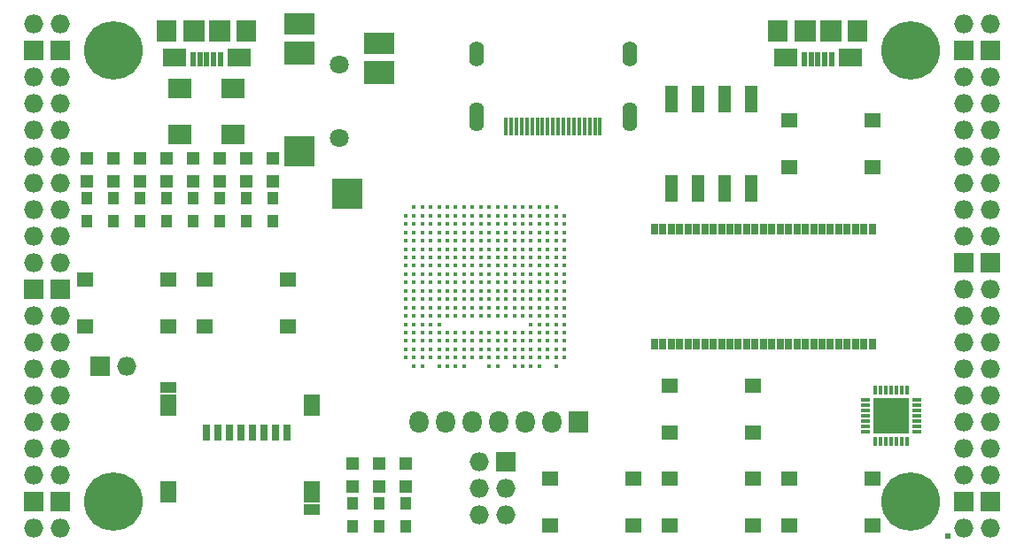
<source format=gts>
G04 #@! TF.FileFunction,Soldermask,Top*
%FSLAX46Y46*%
G04 Gerber Fmt 4.6, Leading zero omitted, Abs format (unit mm)*
G04 Created by KiCad (PCBNEW 4.0.7+dfsg1-1) date Mon Jan  8 20:14:45 2018*
%MOMM*%
%LPD*%
G01*
G04 APERTURE LIST*
%ADD10C,0.100000*%
%ADD11O,1.827200X1.827200*%
%ADD12R,1.827200X1.827200*%
%ADD13R,0.600000X0.600000*%
%ADD14C,5.600000*%
%ADD15R,1.000000X1.300000*%
%ADD16R,2.200000X1.700000*%
%ADD17R,2.000000X2.000000*%
%ADD18R,0.500000X1.450000*%
%ADD19R,1.900000X2.000000*%
%ADD20O,0.950000X0.400000*%
%ADD21O,0.400000X0.950000*%
%ADD22R,1.775000X1.775000*%
%ADD23R,1.827200X2.132000*%
%ADD24O,1.827200X2.132000*%
%ADD25R,1.650000X1.400000*%
%ADD26R,1.220000X2.540000*%
%ADD27C,0.430000*%
%ADD28R,1.300000X1.300000*%
%ADD29R,2.900000X2.100000*%
%ADD30R,2.900000X2.300000*%
%ADD31R,2.900000X2.900000*%
%ADD32C,1.800000*%
%ADD33O,1.400000X2.800000*%
%ADD34O,1.400000X2.400000*%
%ADD35R,0.350000X1.700000*%
%ADD36R,0.800000X1.600000*%
%ADD37R,1.550000X1.000000*%
%ADD38R,1.550000X2.100000*%
%ADD39R,2.300000X1.900000*%
%ADD40R,0.660000X1.000000*%
G04 APERTURE END LIST*
D10*
D11*
X97910000Y-62690000D03*
X95370000Y-62690000D03*
D12*
X97910000Y-65230000D03*
X95370000Y-65230000D03*
D11*
X97910000Y-67770000D03*
X95370000Y-67770000D03*
X97910000Y-70310000D03*
X95370000Y-70310000D03*
X97910000Y-72850000D03*
X95370000Y-72850000D03*
X97910000Y-75390000D03*
X95370000Y-75390000D03*
X97910000Y-77930000D03*
X95370000Y-77930000D03*
X97910000Y-80470000D03*
X95370000Y-80470000D03*
X97910000Y-83010000D03*
X95370000Y-83010000D03*
X97910000Y-85550000D03*
X95370000Y-85550000D03*
D12*
X97910000Y-88090000D03*
X95370000Y-88090000D03*
D11*
X97910000Y-90630000D03*
X95370000Y-90630000D03*
X97910000Y-93170000D03*
X95370000Y-93170000D03*
X97910000Y-95710000D03*
X95370000Y-95710000D03*
X97910000Y-98250000D03*
X95370000Y-98250000D03*
X97910000Y-100790000D03*
X95370000Y-100790000D03*
X97910000Y-103330000D03*
X95370000Y-103330000D03*
X97910000Y-105870000D03*
X95370000Y-105870000D03*
D12*
X97910000Y-108410000D03*
X95370000Y-108410000D03*
D11*
X97910000Y-110950000D03*
X95370000Y-110950000D03*
D13*
X182675150Y-111637626D03*
D11*
X184270000Y-110950000D03*
X186810000Y-110950000D03*
D12*
X184270000Y-108410000D03*
X186810000Y-108410000D03*
D11*
X184270000Y-105870000D03*
X186810000Y-105870000D03*
X184270000Y-103330000D03*
X186810000Y-103330000D03*
X184270000Y-100790000D03*
X186810000Y-100790000D03*
X184270000Y-98250000D03*
X186810000Y-98250000D03*
X184270000Y-95710000D03*
X186810000Y-95710000D03*
X184270000Y-93170000D03*
X186810000Y-93170000D03*
X184270000Y-90630000D03*
X186810000Y-90630000D03*
X184270000Y-88090000D03*
X186810000Y-88090000D03*
D12*
X184270000Y-85550000D03*
X186810000Y-85550000D03*
D11*
X184270000Y-83010000D03*
X186810000Y-83010000D03*
X184270000Y-80470000D03*
X186810000Y-80470000D03*
X184270000Y-77930000D03*
X186810000Y-77930000D03*
X184270000Y-75390000D03*
X186810000Y-75390000D03*
X184270000Y-72850000D03*
X186810000Y-72850000D03*
X184270000Y-70310000D03*
X186810000Y-70310000D03*
X184270000Y-67770000D03*
X186810000Y-67770000D03*
D12*
X184270000Y-65230000D03*
X186810000Y-65230000D03*
D11*
X184270000Y-62690000D03*
X186810000Y-62690000D03*
D14*
X102990000Y-108410000D03*
X179190000Y-108410000D03*
X179190000Y-65230000D03*
X102990000Y-65230000D03*
D12*
X101720000Y-95456000D03*
D11*
X104260000Y-95456000D03*
D15*
X128390000Y-108580000D03*
X128390000Y-110780000D03*
X130930000Y-110780000D03*
X130930000Y-108580000D03*
D16*
X114980000Y-65875000D03*
X108780000Y-65875000D03*
D17*
X113080000Y-63325000D03*
X110680000Y-63325000D03*
D18*
X113180000Y-66000000D03*
X112530000Y-66000000D03*
X111880000Y-66000000D03*
X111230000Y-66000000D03*
X110580000Y-66000000D03*
D19*
X115680000Y-63325000D03*
X108080000Y-63325000D03*
D16*
X173400000Y-65875000D03*
X167200000Y-65875000D03*
D17*
X171500000Y-63325000D03*
X169100000Y-63325000D03*
D18*
X171600000Y-66000000D03*
X170950000Y-66000000D03*
X170300000Y-66000000D03*
X169650000Y-66000000D03*
X169000000Y-66000000D03*
D19*
X174100000Y-63325000D03*
X166500000Y-63325000D03*
D12*
X140455000Y-104600000D03*
D11*
X137915000Y-104600000D03*
X140455000Y-107140000D03*
X137915000Y-107140000D03*
X140455000Y-109680000D03*
X137915000Y-109680000D03*
D15*
X118230000Y-81570000D03*
X118230000Y-79370000D03*
X115690000Y-81570000D03*
X115690000Y-79370000D03*
X113150000Y-81570000D03*
X113150000Y-79370000D03*
X110610000Y-81570000D03*
X110610000Y-79370000D03*
X108070000Y-81570000D03*
X108070000Y-79370000D03*
X105530000Y-81570000D03*
X105530000Y-79370000D03*
X102990000Y-81570000D03*
X102990000Y-79370000D03*
X100450000Y-81570000D03*
X100450000Y-79370000D03*
D20*
X179735000Y-101655000D03*
X179735000Y-101155000D03*
X179735000Y-100655000D03*
X179735000Y-100155000D03*
X179735000Y-99655000D03*
X179735000Y-99155000D03*
X179735000Y-98655000D03*
D21*
X178785000Y-97705000D03*
X178285000Y-97705000D03*
X177785000Y-97705000D03*
X177285000Y-97705000D03*
X176785000Y-97705000D03*
X176285000Y-97705000D03*
X175785000Y-97705000D03*
D20*
X174835000Y-98655000D03*
X174835000Y-99155000D03*
X174835000Y-99655000D03*
X174835000Y-100155000D03*
X174835000Y-100655000D03*
X174835000Y-101155000D03*
X174835000Y-101655000D03*
D21*
X175785000Y-102605000D03*
X176285000Y-102605000D03*
X176785000Y-102605000D03*
X177285000Y-102605000D03*
X177785000Y-102605000D03*
X178285000Y-102605000D03*
X178785000Y-102605000D03*
D22*
X176447500Y-99317500D03*
X176447500Y-100992500D03*
X178122500Y-99317500D03*
X178122500Y-100992500D03*
D23*
X147440000Y-100790000D03*
D24*
X144900000Y-100790000D03*
X142360000Y-100790000D03*
X139820000Y-100790000D03*
X137280000Y-100790000D03*
X134740000Y-100790000D03*
X132200000Y-100790000D03*
D25*
X175550000Y-71870000D03*
X175550000Y-76370000D03*
X167590000Y-76370000D03*
X167590000Y-71870000D03*
X100280000Y-91610000D03*
X100280000Y-87110000D03*
X108240000Y-87110000D03*
X108240000Y-91610000D03*
X111710000Y-91610000D03*
X111710000Y-87110000D03*
X119670000Y-87110000D03*
X119670000Y-91610000D03*
X156160000Y-101770000D03*
X156160000Y-97270000D03*
X164120000Y-97270000D03*
X164120000Y-101770000D03*
X164120000Y-106160000D03*
X164120000Y-110660000D03*
X156160000Y-110660000D03*
X156160000Y-106160000D03*
X152690000Y-106160000D03*
X152690000Y-110660000D03*
X144730000Y-110660000D03*
X144730000Y-106160000D03*
X175550000Y-106160000D03*
X175550000Y-110660000D03*
X167590000Y-110660000D03*
X167590000Y-106160000D03*
D26*
X156330000Y-78425000D03*
X163950000Y-69815000D03*
X158870000Y-78425000D03*
X161410000Y-69815000D03*
X161410000Y-78425000D03*
X158870000Y-69815000D03*
X163950000Y-78425000D03*
X156330000Y-69815000D03*
D27*
X131680000Y-80200000D03*
X132480000Y-80200000D03*
X133280000Y-80200000D03*
X134080000Y-80200000D03*
X134880000Y-80200000D03*
X135680000Y-80200000D03*
X136480000Y-80200000D03*
X137280000Y-80200000D03*
X138080000Y-80200000D03*
X138880000Y-80200000D03*
X139680000Y-80200000D03*
X140480000Y-80200000D03*
X141280000Y-80200000D03*
X142080000Y-80200000D03*
X142880000Y-80200000D03*
X143680000Y-80200000D03*
X144480000Y-80200000D03*
X145280000Y-80200000D03*
X130880000Y-81000000D03*
X131680000Y-81000000D03*
X132480000Y-81000000D03*
X133280000Y-81000000D03*
X134080000Y-81000000D03*
X134880000Y-81000000D03*
X135680000Y-81000000D03*
X136480000Y-81000000D03*
X137280000Y-81000000D03*
X138080000Y-81000000D03*
X138880000Y-81000000D03*
X139680000Y-81000000D03*
X140480000Y-81000000D03*
X141280000Y-81000000D03*
X142080000Y-81000000D03*
X142880000Y-81000000D03*
X143680000Y-81000000D03*
X144480000Y-81000000D03*
X145280000Y-81000000D03*
X146080000Y-81000000D03*
X130880000Y-81800000D03*
X131680000Y-81800000D03*
X132480000Y-81800000D03*
X133280000Y-81800000D03*
X134080000Y-81800000D03*
X134880000Y-81800000D03*
X135680000Y-81800000D03*
X136480000Y-81800000D03*
X137280000Y-81800000D03*
X138080000Y-81800000D03*
X138880000Y-81800000D03*
X139680000Y-81800000D03*
X140480000Y-81800000D03*
X141280000Y-81800000D03*
X142080000Y-81800000D03*
X142880000Y-81800000D03*
X143680000Y-81800000D03*
X144480000Y-81800000D03*
X145280000Y-81800000D03*
X146080000Y-81800000D03*
X130880000Y-82600000D03*
X131680000Y-82600000D03*
X132480000Y-82600000D03*
X133280000Y-82600000D03*
X134080000Y-82600000D03*
X134880000Y-82600000D03*
X135680000Y-82600000D03*
X136480000Y-82600000D03*
X137280000Y-82600000D03*
X138080000Y-82600000D03*
X138880000Y-82600000D03*
X139680000Y-82600000D03*
X140480000Y-82600000D03*
X141280000Y-82600000D03*
X142080000Y-82600000D03*
X142880000Y-82600000D03*
X143680000Y-82600000D03*
X144480000Y-82600000D03*
X145280000Y-82600000D03*
X146080000Y-82600000D03*
X130880000Y-83400000D03*
X131680000Y-83400000D03*
X132480000Y-83400000D03*
X133280000Y-83400000D03*
X134080000Y-83400000D03*
X134880000Y-83400000D03*
X135680000Y-83400000D03*
X136480000Y-83400000D03*
X137280000Y-83400000D03*
X138080000Y-83400000D03*
X138880000Y-83400000D03*
X139680000Y-83400000D03*
X140480000Y-83400000D03*
X141280000Y-83400000D03*
X142080000Y-83400000D03*
X142880000Y-83400000D03*
X143680000Y-83400000D03*
X144480000Y-83400000D03*
X145280000Y-83400000D03*
X146080000Y-83400000D03*
X130880000Y-84200000D03*
X131680000Y-84200000D03*
X132480000Y-84200000D03*
X133280000Y-84200000D03*
X134080000Y-84200000D03*
X134880000Y-84200000D03*
X135680000Y-84200000D03*
X136480000Y-84200000D03*
X137280000Y-84200000D03*
X138080000Y-84200000D03*
X138880000Y-84200000D03*
X139680000Y-84200000D03*
X140480000Y-84200000D03*
X141280000Y-84200000D03*
X142080000Y-84200000D03*
X142880000Y-84200000D03*
X143680000Y-84200000D03*
X144480000Y-84200000D03*
X145280000Y-84200000D03*
X146080000Y-84200000D03*
X130880000Y-85000000D03*
X131680000Y-85000000D03*
X132480000Y-85000000D03*
X133280000Y-85000000D03*
X134080000Y-85000000D03*
X134880000Y-85000000D03*
X135680000Y-85000000D03*
X136480000Y-85000000D03*
X137280000Y-85000000D03*
X138080000Y-85000000D03*
X138880000Y-85000000D03*
X139680000Y-85000000D03*
X140480000Y-85000000D03*
X141280000Y-85000000D03*
X142080000Y-85000000D03*
X142880000Y-85000000D03*
X143680000Y-85000000D03*
X144480000Y-85000000D03*
X145280000Y-85000000D03*
X146080000Y-85000000D03*
X130880000Y-85800000D03*
X131680000Y-85800000D03*
X132480000Y-85800000D03*
X133280000Y-85800000D03*
X134080000Y-85800000D03*
X134880000Y-85800000D03*
X135680000Y-85800000D03*
X136480000Y-85800000D03*
X137280000Y-85800000D03*
X138080000Y-85800000D03*
X138880000Y-85800000D03*
X139680000Y-85800000D03*
X140480000Y-85800000D03*
X141280000Y-85800000D03*
X142080000Y-85800000D03*
X142880000Y-85800000D03*
X143680000Y-85800000D03*
X144480000Y-85800000D03*
X145280000Y-85800000D03*
X146080000Y-85800000D03*
X130880000Y-86600000D03*
X131680000Y-86600000D03*
X132480000Y-86600000D03*
X133280000Y-86600000D03*
X134080000Y-86600000D03*
X134880000Y-86600000D03*
X135680000Y-86600000D03*
X136480000Y-86600000D03*
X137280000Y-86600000D03*
X138080000Y-86600000D03*
X138880000Y-86600000D03*
X139680000Y-86600000D03*
X140480000Y-86600000D03*
X141280000Y-86600000D03*
X142080000Y-86600000D03*
X142880000Y-86600000D03*
X143680000Y-86600000D03*
X144480000Y-86600000D03*
X145280000Y-86600000D03*
X146080000Y-86600000D03*
X130880000Y-87400000D03*
X131680000Y-87400000D03*
X132480000Y-87400000D03*
X133280000Y-87400000D03*
X134080000Y-87400000D03*
X134880000Y-87400000D03*
X135680000Y-87400000D03*
X136480000Y-87400000D03*
X137280000Y-87400000D03*
X138080000Y-87400000D03*
X138880000Y-87400000D03*
X139680000Y-87400000D03*
X140480000Y-87400000D03*
X141280000Y-87400000D03*
X142080000Y-87400000D03*
X142880000Y-87400000D03*
X143680000Y-87400000D03*
X144480000Y-87400000D03*
X145280000Y-87400000D03*
X146080000Y-87400000D03*
X130880000Y-88200000D03*
X131680000Y-88200000D03*
X132480000Y-88200000D03*
X133280000Y-88200000D03*
X134080000Y-88200000D03*
X134880000Y-88200000D03*
X135680000Y-88200000D03*
X136480000Y-88200000D03*
X137280000Y-88200000D03*
X138080000Y-88200000D03*
X138880000Y-88200000D03*
X139680000Y-88200000D03*
X140480000Y-88200000D03*
X141280000Y-88200000D03*
X142080000Y-88200000D03*
X142880000Y-88200000D03*
X143680000Y-88200000D03*
X144480000Y-88200000D03*
X145280000Y-88200000D03*
X146080000Y-88200000D03*
X130880000Y-89000000D03*
X131680000Y-89000000D03*
X132480000Y-89000000D03*
X133280000Y-89000000D03*
X134080000Y-89000000D03*
X134880000Y-89000000D03*
X135680000Y-89000000D03*
X136480000Y-89000000D03*
X137280000Y-89000000D03*
X138080000Y-89000000D03*
X138880000Y-89000000D03*
X139680000Y-89000000D03*
X140480000Y-89000000D03*
X141280000Y-89000000D03*
X142080000Y-89000000D03*
X142880000Y-89000000D03*
X143680000Y-89000000D03*
X144480000Y-89000000D03*
X145280000Y-89000000D03*
X146080000Y-89000000D03*
X130880000Y-89800000D03*
X131680000Y-89800000D03*
X132480000Y-89800000D03*
X133280000Y-89800000D03*
X134080000Y-89800000D03*
X134880000Y-89800000D03*
X135680000Y-89800000D03*
X136480000Y-89800000D03*
X137280000Y-89800000D03*
X138080000Y-89800000D03*
X138880000Y-89800000D03*
X139680000Y-89800000D03*
X140480000Y-89800000D03*
X141280000Y-89800000D03*
X142080000Y-89800000D03*
X142880000Y-89800000D03*
X143680000Y-89800000D03*
X144480000Y-89800000D03*
X145280000Y-89800000D03*
X146080000Y-89800000D03*
X130880000Y-90600000D03*
X131680000Y-90600000D03*
X132480000Y-90600000D03*
X133280000Y-90600000D03*
X134080000Y-90600000D03*
X134880000Y-90600000D03*
X135680000Y-90600000D03*
X136480000Y-90600000D03*
X137280000Y-90600000D03*
X138080000Y-90600000D03*
X138880000Y-90600000D03*
X139680000Y-90600000D03*
X140480000Y-90600000D03*
X141280000Y-90600000D03*
X142080000Y-90600000D03*
X142880000Y-90600000D03*
X143680000Y-90600000D03*
X144480000Y-90600000D03*
X145280000Y-90600000D03*
X146080000Y-90600000D03*
X130880000Y-91400000D03*
X131680000Y-91400000D03*
X132480000Y-91400000D03*
X133280000Y-91400000D03*
X134080000Y-91400000D03*
X142880000Y-91400000D03*
X143680000Y-91400000D03*
X144480000Y-91400000D03*
X145280000Y-91400000D03*
X146080000Y-91400000D03*
X130880000Y-92200000D03*
X131680000Y-92200000D03*
X132480000Y-92200000D03*
X133280000Y-92200000D03*
X134080000Y-92200000D03*
X134880000Y-92200000D03*
X135680000Y-92200000D03*
X136480000Y-92200000D03*
X137280000Y-92200000D03*
X138080000Y-92200000D03*
X138880000Y-92200000D03*
X139680000Y-92200000D03*
X140480000Y-92200000D03*
X141280000Y-92200000D03*
X142080000Y-92200000D03*
X142880000Y-92200000D03*
X143680000Y-92200000D03*
X144480000Y-92200000D03*
X145280000Y-92200000D03*
X146080000Y-92200000D03*
X130880000Y-93000000D03*
X131680000Y-93000000D03*
X132480000Y-93000000D03*
X133280000Y-93000000D03*
X134080000Y-93000000D03*
X134880000Y-93000000D03*
X135680000Y-93000000D03*
X136480000Y-93000000D03*
X137280000Y-93000000D03*
X138080000Y-93000000D03*
X138880000Y-93000000D03*
X139680000Y-93000000D03*
X140480000Y-93000000D03*
X141280000Y-93000000D03*
X142080000Y-93000000D03*
X142880000Y-93000000D03*
X143680000Y-93000000D03*
X144480000Y-93000000D03*
X145280000Y-93000000D03*
X146080000Y-93000000D03*
X130880000Y-93800000D03*
X131680000Y-93800000D03*
X132480000Y-93800000D03*
X133280000Y-93800000D03*
X134080000Y-93800000D03*
X134880000Y-93800000D03*
X135680000Y-93800000D03*
X136480000Y-93800000D03*
X137280000Y-93800000D03*
X138080000Y-93800000D03*
X138880000Y-93800000D03*
X139680000Y-93800000D03*
X140480000Y-93800000D03*
X141280000Y-93800000D03*
X142080000Y-93800000D03*
X142880000Y-93800000D03*
X143680000Y-93800000D03*
X144480000Y-93800000D03*
X145280000Y-93800000D03*
X146080000Y-93800000D03*
X130880000Y-94600000D03*
X131680000Y-94600000D03*
X132480000Y-94600000D03*
X133280000Y-94600000D03*
X134080000Y-94600000D03*
X134880000Y-94600000D03*
X135680000Y-94600000D03*
X136480000Y-94600000D03*
X137280000Y-94600000D03*
X138080000Y-94600000D03*
X138880000Y-94600000D03*
X139680000Y-94600000D03*
X140480000Y-94600000D03*
X141280000Y-94600000D03*
X142080000Y-94600000D03*
X142880000Y-94600000D03*
X143680000Y-94600000D03*
X144480000Y-94600000D03*
X145280000Y-94600000D03*
X146080000Y-94600000D03*
X131680000Y-95400000D03*
X132480000Y-95400000D03*
X134080000Y-95400000D03*
X134880000Y-95400000D03*
X135680000Y-95400000D03*
X136480000Y-95400000D03*
X138880000Y-95400000D03*
X139680000Y-95400000D03*
X141280000Y-95400000D03*
X142080000Y-95400000D03*
X142880000Y-95400000D03*
X143680000Y-95400000D03*
X145280000Y-95400000D03*
D28*
X125850000Y-104770000D03*
X125850000Y-106970000D03*
D15*
X125850000Y-108580000D03*
X125850000Y-110780000D03*
D28*
X128390000Y-104770000D03*
X128390000Y-106970000D03*
X118230000Y-77760000D03*
X118230000Y-75560000D03*
X115690000Y-77760000D03*
X115690000Y-75560000D03*
X113150000Y-77760000D03*
X113150000Y-75560000D03*
X110610000Y-77760000D03*
X110610000Y-75560000D03*
X108070000Y-77760000D03*
X108070000Y-75560000D03*
X105530000Y-77760000D03*
X105530000Y-75560000D03*
X102990000Y-77760000D03*
X102990000Y-75560000D03*
X100450000Y-77760000D03*
X100450000Y-75560000D03*
X130930000Y-104770000D03*
X130930000Y-106970000D03*
D29*
X120780000Y-62648000D03*
D30*
X120780000Y-65448000D03*
D31*
X120780000Y-74848000D03*
X125330000Y-78948000D03*
D30*
X128380000Y-67348000D03*
D29*
X128380000Y-64548000D03*
D32*
X124580000Y-66548000D03*
X124580000Y-73548000D03*
D33*
X152280000Y-71550000D03*
X137680000Y-71550000D03*
D34*
X137680000Y-65500000D03*
D35*
X140480000Y-72500000D03*
X140980000Y-72500000D03*
X141480000Y-72500000D03*
X141980000Y-72500000D03*
X142480000Y-72500000D03*
X142980000Y-72500000D03*
X143480000Y-72500000D03*
X143980000Y-72500000D03*
X144480000Y-72500000D03*
X144980000Y-72500000D03*
X145480000Y-72500000D03*
X145980000Y-72500000D03*
X146480000Y-72500000D03*
X146980000Y-72500000D03*
X147480000Y-72500000D03*
X147980000Y-72500000D03*
X148480000Y-72500000D03*
X148980000Y-72500000D03*
X149480000Y-72500000D03*
D34*
X152280000Y-65500000D03*
D36*
X111850000Y-101750000D03*
X112950000Y-101750000D03*
X114050000Y-101750000D03*
X115150000Y-101750000D03*
X116250000Y-101750000D03*
X117350000Y-101750000D03*
X118450000Y-101750000D03*
X119550000Y-101750000D03*
D37*
X108175000Y-97450000D03*
X121925000Y-109150000D03*
D38*
X121925000Y-99150000D03*
X108175000Y-99150000D03*
X108175000Y-107450000D03*
X121925000Y-107450000D03*
D39*
X114420000Y-68872000D03*
X109340000Y-68872000D03*
X109340000Y-73272000D03*
X114420000Y-73272000D03*
D40*
X175493000Y-82270000D03*
X154693000Y-93330000D03*
X155493000Y-93330000D03*
X156293000Y-93330000D03*
X157093000Y-93330000D03*
X157893000Y-93330000D03*
X158693000Y-93330000D03*
X159493000Y-93330000D03*
X160293000Y-93330000D03*
X161093000Y-93330000D03*
X161893000Y-93330000D03*
X162693000Y-93330000D03*
X163493000Y-93330000D03*
X164293000Y-93330000D03*
X165093000Y-93330000D03*
X165893000Y-93330000D03*
X166693000Y-93330000D03*
X167493000Y-93330000D03*
X168293000Y-93330000D03*
X169093000Y-93330000D03*
X169893000Y-93330000D03*
X170693000Y-93330000D03*
X171493000Y-93330000D03*
X172293000Y-93330000D03*
X173093000Y-93330000D03*
X173893000Y-93330000D03*
X174693000Y-93330000D03*
X175493000Y-93330000D03*
X174693000Y-82270000D03*
X173893000Y-82270000D03*
X173093000Y-82270000D03*
X172293000Y-82270000D03*
X171493000Y-82270000D03*
X170693000Y-82270000D03*
X169893000Y-82270000D03*
X169093000Y-82270000D03*
X168293000Y-82270000D03*
X167493000Y-82270000D03*
X166693000Y-82270000D03*
X165893000Y-82270000D03*
X165093000Y-82270000D03*
X164293000Y-82270000D03*
X163493000Y-82270000D03*
X162693000Y-82270000D03*
X161893000Y-82270000D03*
X161093000Y-82270000D03*
X160293000Y-82270000D03*
X159493000Y-82270000D03*
X158693000Y-82270000D03*
X157893000Y-82270000D03*
X157093000Y-82270000D03*
X156293000Y-82270000D03*
X155493000Y-82270000D03*
X154693000Y-82270000D03*
M02*

</source>
